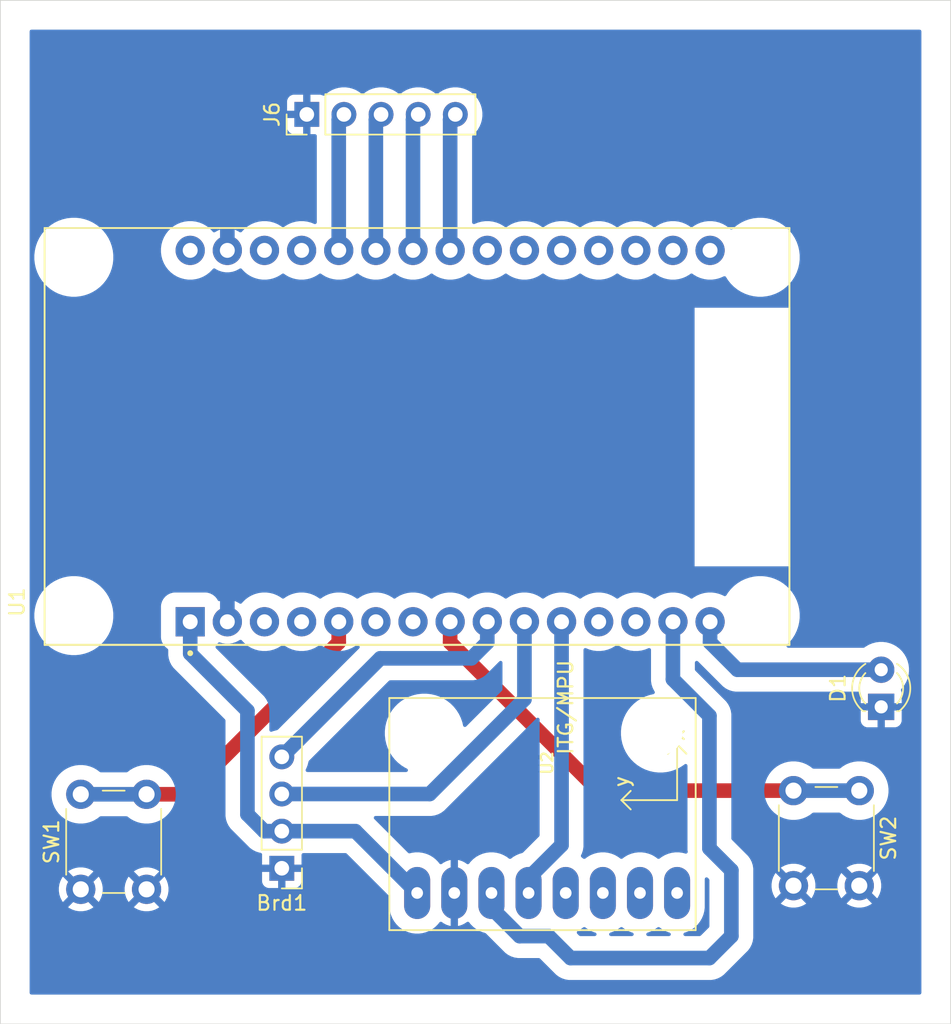
<source format=kicad_pcb>
(kicad_pcb (version 20241229) (generator "pcbnew") (generator_version "9.0")
  (layers (0 "F.Cu" signal) (2 "B.Cu" signal) (13 "F.Paste" user) (15 "B.Paste" user) (5 "F.SilkS" user "F.Silkscreen") (7 "B.SilkS" user "B.Silkscreen") (1 "F.Mask" user) (3 "B.Mask" user) (25 "Edge.Cuts" user))
  (net 0 "")
  (net 1 "Net-(Brd1-SDA)")
  (net 2 "Net-(Brd1-VCC)")
  (net 3 "Net-(Brd1-GND)")
  (net 4 "Net-(Brd1-SCL)")
  (net 5 "Net-(D1-A)")
  (net 6 "Net-(J6-Pin_2)")
  (net 7 "Net-(J6-Pin_5)")
  (net 8 "Net-(J6-Pin_3)")
  (net 9 "Net-(J6-Pin_4)")
  (net 10 "Net-(U1-D4)")
  (net 11 "Net-(U1-D5)")
  (net 12 "Net-(U1-D21)")
  (net 13 "Net-(U1-D22)")
  (footprint "Library:MODULE_ESP32_DEVKIT_V1" (layer "F.Cu") (at 121 112.3 90)
    (property "Reference" "U1" (at -11.355 -27.36 90) (layer "F.SilkS"))
    (property "Value" "ESP32-DEVKIT-V1")
    (fp_line (start 14.23 -25.475) (end 14.23 25.475) (stroke (width 0.127)) (layer "F.SilkS"))
    (fp_line (start 14.23 -25.475) (end 14.23 25.475) (stroke (width 0.127)) (layer "F.SilkS"))
    (fp_line (start 3.5 -25.475) (end 14.23 -25.475) (stroke (width 0.127)) (layer "F.SilkS"))
    (fp_line (start -3.211 -25.475) (end 3.5 -25.475) (stroke (width 0.127)) (layer "F.SilkS"))
    (fp_line (start -14.28 -25.475) (end 14.23 -25.475) (stroke (width 0.127)) (layer "F.SilkS"))
    (fp_line (start -14.28 -25.475) (end -3.211 -25.475) (stroke (width 0.127)) (layer "F.SilkS"))
    (fp_line (start 14.23 25.475) (end -14.28 25.475) (stroke (width 0.127)) (layer "F.SilkS"))
    (fp_line (start 8.78 25.475) (end 14.23 25.475) (stroke (width 0.127)) (layer "F.SilkS"))
    (fp_line (start -8.91 25.475) (end 8.78 25.475) (stroke (width 0.127)) (layer "F.SilkS"))
    (fp_line (start -14.28 25.475) (end -14.28 -25.475) (stroke (width 0.127)) (layer "F.SilkS"))
    (fp_line (start -14.28 25.475) (end -14.28 -25.475) (stroke (width 0.127)) (layer "F.SilkS"))
    (fp_line (start -14.28 25.475) (end -8.91 25.475) (stroke (width 0.127)) (layer "F.SilkS"))
    (fp_circle (center -14.85 -15.515) (end -14.75 -15.515) (stroke (width 0.2)) (fill no) (layer "F.SilkS"))
    (pad "" np_thru_hole circle (at -12.28 -23.475 90) (size 3 3) (drill 3) (layers "*.Cu" "*.Mask"))
    (pad "" np_thru_hole circle (at -12.28 23.475 90) (size 3 3) (drill 3) (layers "*.Cu" "*.Mask"))
    (pad "" np_thru_hole circle (at 12.23 -23.475 90) (size 3 3) (drill 3) (layers "*.Cu" "*.Mask"))
    (pad "" np_thru_hole circle (at 12.23 23.475 90) (size 3 3) (drill 3) (layers "*.Cu" "*.Mask"))
    (pad "1" thru_hole rect (at -12.7 -15.515 90) (size 2 2) (drill 1.02) (layers "*.Cu" "*.Mask") (net 2 "Net-(Brd1-VCC)"))
    (pad "2" thru_hole circle (at -12.7 -12.975 90) (size 2 2) (drill 1.02) (layers "*.Cu" "*.Mask") (net 3 "Net-(Brd1-GND)"))
    (pad "3" thru_hole circle (at -12.7 -10.435 90) (size 2 2) (drill 1.02) (layers "*.Cu" "*.Mask"))
    (pad "4" thru_hole circle (at -12.7 -7.895 90) (size 2 2) (drill 1.02) (layers "*.Cu" "*.Mask"))
    (pad "5" thru_hole circle (at -12.7 -5.355 90) (size 2 2) (drill 1.02) (layers "*.Cu" "*.Mask") (net 10 "Net-(U1-D4)"))
    (pad "6" thru_hole circle (at -12.7 -2.815 90) (size 2 2) (drill 1.02) (layers "*.Cu" "*.Mask"))
    (pad "7" thru_hole circle (at -12.7 -0.275 90) (size 2 2) (drill 1.02) (layers "*.Cu" "*.Mask"))
    (pad "8" thru_hole circle (at -12.7 2.265 90) (size 2 2) (drill 1.02) (layers "*.Cu" "*.Mask") (net 11 "Net-(U1-D5)"))
    (pad "9" thru_hole circle (at -12.7 4.805 90) (size 2 2) (drill 1.02) (layers "*.Cu" "*.Mask") (net 1 "Net-(Brd1-SDA)"))
    (pad "10" thru_hole circle (at -12.7 7.345 90) (size 2 2) (drill 1.02) (layers "*.Cu" "*.Mask") (net 4 "Net-(Brd1-SCL)"))
    (pad "11" thru_hole circle (at -12.7 9.885 90) (size 2 2) (drill 1.02) (layers "*.Cu" "*.Mask") (net 12 "Net-(U1-D21)"))
    (pad "12" thru_hole circle (at -12.7 12.425 90) (size 2 2) (drill 1.02) (layers "*.Cu" "*.Mask"))
    (pad "13" thru_hole circle (at -12.7 14.965 90) (size 2 2) (drill 1.02) (layers "*.Cu" "*.Mask"))
    (pad "14" thru_hole circle (at -12.7 17.505 90) (size 2 2) (drill 1.02) (layers "*.Cu" "*.Mask") (net 13 "Net-(U1-D22)"))
    (pad "15" thru_hole circle (at -12.7 20.045 90) (size 2 2) (drill 1.02) (layers "*.Cu" "*.Mask") (net 5 "Net-(D1-A)"))
    (pad "16" thru_hole circle (at 12.7 20.045 90) (size 2 2) (drill 1.02) (layers "*.Cu" "*.Mask"))
    (pad "17" thru_hole circle (at 12.7 17.505 90) (size 2 2) (drill 1.02) (layers "*.Cu" "*.Mask"))
    (pad "18" thru_hole circle (at 12.7 14.965 90) (size 2 2) (drill 1.02) (layers "*.Cu" "*.Mask"))
    (pad "19" thru_hole circle (at 12.7 12.425 90) (size 2 2) (drill 1.02) (layers "*.Cu" "*.Mask"))
    (pad "20" thru_hole circle (at 12.7 9.885 90) (size 2 2) (drill 1.02) (layers "*.Cu" "*.Mask"))
    (pad "21" thru_hole circle (at 12.7 7.345 90) (size 2 2) (drill 1.02) (layers "*.Cu" "*.Mask"))
    (pad "22" thru_hole circle (at 12.7 4.805 90) (size 2 2) (drill 1.02) (layers "*.Cu" "*.Mask"))
    (pad "23" thru_hole circle (at 12.7 2.265 90) (size 2 2) (drill 1.02) (layers "*.Cu" "*.Mask") (net 7 "Net-(J6-Pin_5)"))
    (pad "24" thru_hole circle (at 12.7 -0.275 90) (size 2 2) (drill 1.02) (layers "*.Cu" "*.Mask") (net 9 "Net-(J6-Pin_4)"))
    (pad "25" thru_hole circle (at 12.7 -2.815 90) (size 2 2) (drill 1.02) (layers "*.Cu" "*.Mask") (net 8 "Net-(J6-Pin_3)"))
    (pad "26" thru_hole circle (at 12.7 -5.355 90) (size 2 2) (drill 1.02) (layers "*.Cu" "*.Mask") (net 6 "Net-(J6-Pin_2)"))
    (pad "27" thru_hole circle (at 12.7 -7.895 90) (size 2 2) (drill 1.02) (layers "*.Cu" "*.Mask"))
    (pad "28" thru_hole circle (at 12.7 -10.435 90) (size 2 2) (drill 1.02) (layers "*.Cu" "*.Mask"))
    (pad "29" thru_hole circle (at 12.7 -12.975 90) (size 2 2) (drill 1.02) (layers "*.Cu" "*.Mask") (net 3 "Net-(Brd1-GND)"))
    (pad "30" thru_hole circle (at 12.7 -15.515 90) (size 2 2) (drill 1.02) (layers "*.Cu" "*.Mask"))
    (zone (net 0) (net_name "") (layer "B.Cu") (connect_pads (clearance 0)) (min_thickness 0.01)
      (keepout (tracks not_allowed) (vias not_allowed) (pads not_allowed) (copperpour not_allowed) (footprints allowed))
      (fill (thermal_gap 0.508) (thermal_bridge_width 0.508))
      (polygon (pts (xy 139.985 121.21) (xy 139.985 103.52) (xy 146.475 103.52) (xy 146.475 121.21)))
    )
  )
  (footprint "Connector_PinHeader_2.54mm:PinHeader_1x05_P2.54mm_Vertical" (layer "F.Cu") (at 113.46 90.3 90)
    (property "Reference" "J6" (at 0 -2.38 90) (layer "F.SilkS"))
    (property "Value" "Conn_01x05_Pin")
    (fp_line (start -1.38 -1.38) (end 0 -1.38) (stroke (width 0.12)) (layer "F.SilkS"))
    (fp_line (start -1.38 0) (end -1.38 -1.38) (stroke (width 0.12)) (layer "F.SilkS"))
    (fp_line (start 1.38 1.27) (end 1.38 11.54) (stroke (width 0.12)) (layer "F.SilkS"))
    (fp_line (start -1.38 1.27) (end 1.38 1.27) (stroke (width 0.12)) (layer "F.SilkS"))
    (fp_line (start -1.38 1.27) (end -1.38 11.54) (stroke (width 0.12)) (layer "F.SilkS"))
    (fp_line (start -1.38 11.54) (end 1.38 11.54) (stroke (width 0.12)) (layer "F.SilkS"))
    (pad "1" thru_hole rect (at 0 0 90) (size 1.7 1.7) (drill 1) (layers "*.Cu" "*.Mask") (net 3 "Net-(Brd1-GND)"))
    (pad "2" thru_hole circle (at 0 2.54 90) (size 1.7 1.7) (drill 1) (layers "*.Cu" "*.Mask") (net 6 "Net-(J6-Pin_2)"))
    (pad "3" thru_hole circle (at 0 5.08 90) (size 1.7 1.7) (drill 1) (layers "*.Cu" "*.Mask") (net 8 "Net-(J6-Pin_3)"))
    (pad "4" thru_hole circle (at 0 7.62 90) (size 1.7 1.7) (drill 1) (layers "*.Cu" "*.Mask") (net 9 "Net-(J6-Pin_4)"))
    (pad "5" thru_hole circle (at 0 10.16 90) (size 1.7 1.7) (drill 1) (layers "*.Cu" "*.Mask") (net 7 "Net-(J6-Pin_5)"))
  )
  (footprint "Library:GY-521" (layer "F.Cu") (at 129.9 134.66 90)
    (property "Reference" "U2" (at 0 0 90) (layer "F.SilkS") (effects (font (size 0.787402 0.787402))))
    (property "Value" "GY-521")
    (fp_line (start 4.445 -10.795) (end 4.445 10.16) (stroke (width 0.127)) (layer "F.SilkS"))
    (fp_line (start -11.43 -10.795) (end 4.445 -10.795) (stroke (width 0.127)) (layer "F.SilkS"))
    (fp_line (start -2.54 5.08) (end -1.905 5.715) (stroke (width 0.127)) (layer "F.SilkS"))
    (fp_line (start -2.54 5.08) (end -3.175 5.715) (stroke (width 0.127)) (layer "F.SilkS"))
    (fp_line (start 1.27 8.89) (end 0.635 8.255) (stroke (width 0.127)) (layer "F.SilkS"))
    (fp_line (start 1.27 8.89) (end 0.635 9.525) (stroke (width 0.127)) (layer "F.SilkS"))
    (fp_line (start -2.54 8.89) (end -2.54 5.08) (stroke (width 0.127)) (layer "F.SilkS"))
    (fp_line (start -2.54 8.89) (end 1.27 8.89) (stroke (width 0.127)) (layer "F.SilkS"))
    (fp_line (start 4.445 10.16) (end -11.43 10.16) (stroke (width 0.127)) (layer "F.SilkS"))
    (fp_line (start -11.43 10.16) (end -11.43 -10.795) (stroke (width 0.127)) (layer "F.SilkS"))
    (fp_text user "y" (at -1.27 5.08 90) (layer "F.SilkS"))
    (fp_text user "x" (at 1.905 8.89 90) (layer "F.SilkS"))
    (fp_text user "ITG/MPU" (at 3.81 1.27 90) (layer "F.SilkS"))
    (pad "" np_thru_hole circle (at 2.04 -8.4 90) (size 3 3) (drill 3) (layers "*.Cu" "*.Mask"))
    (pad "" np_thru_hole circle (at 2.05 7.75 90) (size 3 3) (drill 3) (layers "*.Cu" "*.Mask"))
    (pad "ADO" thru_hole oval (at -8.89 6.35 90) (size 3.556 1.778) (drill 0.8) (layers "*.Cu" "*.Mask"))
    (pad "GND" thru_hole oval (at -8.89 -6.35 90) (size 3.556 1.778) (drill 0.8) (layers "*.Cu" "*.Mask") (net 3 "Net-(Brd1-GND)"))
    (pad "INT" thru_hole oval (at -8.89 8.89 90) (size 3.556 1.778) (drill 0.8) (layers "*.Cu" "*.Mask"))
    (pad "SCL" thru_hole oval (at -8.89 -3.81 90) (size 3.556 1.778) (drill 0.8) (layers "*.Cu" "*.Mask") (net 13 "Net-(U1-D22)"))
    (pad "SDA" thru_hole oval (at -8.89 -1.27 90) (size 3.556 1.778) (drill 0.8) (layers "*.Cu" "*.Mask") (net 12 "Net-(U1-D21)"))
    (pad "VCC" thru_hole oval (at -8.89 -8.89 90) (size 3.556 1.778) (drill 0.8) (layers "*.Cu" "*.Mask") (net 2 "Net-(Brd1-VCC)"))
    (pad "XCL" thru_hole oval (at -8.89 3.81 90) (size 3.556 1.778) (drill 0.8) (layers "*.Cu" "*.Mask"))
    (pad "XDA" thru_hole oval (at -8.89 1.27 90) (size 3.556 1.778) (drill 0.8) (layers "*.Cu" "*.Mask"))
  )
  (footprint "Connector_PinHeader_2.54mm:PinHeader_1x04_P2.54mm_Vertical" (layer "F.Cu") (at 111.75 141.86 180)
    (property "Reference" "Brd1" (at 0 -2.38 180) (layer "F.SilkS"))
    (property "Value" "SSD1306")
    (fp_line (start 1.38 1.27) (end 1.38 9) (stroke (width 0.12)) (layer "F.SilkS"))
    (fp_line (start -1.38 9) (end 1.38 9) (stroke (width 0.12)) (layer "F.SilkS"))
    (fp_line (start -1.38 1.27) (end 1.38 1.27) (stroke (width 0.12)) (layer "F.SilkS"))
    (fp_line (start -1.38 1.27) (end -1.38 9) (stroke (width 0.12)) (layer "F.SilkS"))
    (fp_line (start -1.38 0) (end -1.38 -1.38) (stroke (width 0.12)) (layer "F.SilkS"))
    (fp_line (start -1.38 -1.38) (end 0 -1.38) (stroke (width 0.12)) (layer "F.SilkS"))
    (pad "1" thru_hole rect (at 0 0 180) (size 1.7 1.7) (drill 1) (layers "*.Cu" "*.Mask") (net 3 "Net-(Brd1-GND)"))
    (pad "2" thru_hole circle (at 0 2.54 180) (size 1.7 1.7) (drill 1) (layers "*.Cu" "*.Mask") (net 2 "Net-(Brd1-VCC)"))
    (pad "3" thru_hole circle (at 0 5.08 180) (size 1.7 1.7) (drill 1) (layers "*.Cu" "*.Mask") (net 4 "Net-(Brd1-SCL)"))
    (pad "4" thru_hole circle (at 0 7.62 180) (size 1.7 1.7) (drill 1) (layers "*.Cu" "*.Mask") (net 1 "Net-(Brd1-SDA)"))
  )
  (footprint "LED_THT:LED_D3.0mm" (layer "F.Cu") (at 152.75 130.82 90)
    (property "Reference" "D1" (at 1.27 -2.96 90) (layer "F.SilkS"))
    (property "Value" "LED")
    (fp_line (start -0.29 -1.236) (end -0.29 -1.08) (stroke (width 0.12)) (layer "F.SilkS"))
    (fp_line (start -0.29 1.08) (end -0.29 1.236) (stroke (width 0.12)) (layer "F.SilkS"))
    (fp_arc (start -0.29 -1.235516) (mid 1.36566 -1.987699) (end 2.941437 -1.08) (stroke (width 0.12)) (layer "F.SilkS"))
    (fp_arc (start 0.229039 -1.08) (mid 1.27 -1.5) (end 2.310961 -1.08) (stroke (width 0.12)) (layer "F.SilkS"))
    (fp_arc (start 2.941437 1.08) (mid 1.36566 1.987699) (end -0.29 1.235516) (stroke (width 0.12)) (layer "F.SilkS"))
    (fp_arc (start 2.310961 1.08) (mid 1.27 1.5) (end 0.229039 1.08) (stroke (width 0.12)) (layer "F.SilkS"))
    (pad "1" thru_hole rect (at 0 0 90) (size 1.8 1.8) (drill 0.9) (layers "*.Cu" "*.Mask") (net 3 "Net-(Brd1-GND)"))
    (pad "2" thru_hole circle (at 2.54 0 90) (size 1.8 1.8) (drill 0.9) (layers "*.Cu" "*.Mask") (net 5 "Net-(D1-A)"))
  )
  (footprint "Button_Switch_THT:SW_PUSH_6mm" (layer "F.Cu") (at 151.25 136.55 -90)
    (property "Reference" "SW2" (at 3.25 -2 90) (layer "F.SilkS"))
    (property "Value" "SW_Push")
    (fp_line (start 1 5.5) (end 5.5 5.5) (stroke (width 0.12)) (layer "F.SilkS"))
    (fp_line (start 6.75 3) (end 6.75 1.5) (stroke (width 0.12)) (layer "F.SilkS"))
    (fp_line (start -0.25 1.5) (end -0.25 3) (stroke (width 0.12)) (layer "F.SilkS"))
    (fp_line (start 5.5 -1) (end 1 -1) (stroke (width 0.12)) (layer "F.SilkS"))
    (pad "1" thru_hole circle (at 0 0) (size 2 2) (drill 1.1) (layers "*.Cu" "*.Mask") (net 11 "Net-(U1-D5)"))
    (pad "1" thru_hole circle (at 0 4.5) (size 2 2) (drill 1.1) (layers "*.Cu" "*.Mask") (net 11 "Net-(U1-D5)"))
    (pad "1" thru_hole circle (at 6.5 0) (size 2 2) (drill 1.1) (layers "*.Cu" "*.Mask") (net 3 "Net-(Brd1-GND)"))
    (pad "2" thru_hole circle (at 6.5 4.5) (size 2 2) (drill 1.1) (layers "*.Cu" "*.Mask") (net 3 "Net-(Brd1-GND)"))
  )
  (footprint "Button_Switch_THT:SW_PUSH_6mm" (layer "F.Cu") (at 98 143.3 90)
    (property "Reference" "SW1" (at 3.25 -2 90) (layer "F.SilkS"))
    (property "Value" "SW_Push")
    (fp_line (start 5.5 -1) (end 1 -1) (stroke (width 0.12)) (layer "F.SilkS"))
    (fp_line (start -0.25 1.5) (end -0.25 3) (stroke (width 0.12)) (layer "F.SilkS"))
    (fp_line (start 6.75 3) (end 6.75 1.5) (stroke (width 0.12)) (layer "F.SilkS"))
    (fp_line (start 1 5.5) (end 5.5 5.5) (stroke (width 0.12)) (layer "F.SilkS"))
    (pad "1" thru_hole circle (at 6.5 0 180) (size 2 2) (drill 1.1) (layers "*.Cu" "*.Mask") (net 10 "Net-(U1-D4)"))
    (pad "1" thru_hole circle (at 6.5 4.5 180) (size 2 2) (drill 1.1) (layers "*.Cu" "*.Mask") (net 10 "Net-(U1-D4)"))
    (pad "2" thru_hole circle (at 0 0 180) (size 2 2) (drill 1.1) (layers "*.Cu" "*.Mask") (net 3 "Net-(Brd1-GND)"))
    (pad "2" thru_hole circle (at 0 4.5 180) (size 2 2) (drill 1.1) (layers "*.Cu" "*.Mask") (net 3 "Net-(Brd1-GND)"))
  )
  (gr_rect (start 92.5 82.5) (end 157.5 152.5) (stroke (width 0.05)) (fill no) (layer "Edge.Cuts"))
  (segment (start 118.489 127.501) (end 124.718213 127.501) (width 1) (layer "B.Cu") (net 1))
  (segment (start 125.805 126.414213) (end 125.805 125) (width 1) (layer "B.Cu") (net 1))
  (segment (start 111.75 134.24) (end 118.489 127.501) (width 1) (layer "B.Cu") (net 1))
  (segment (start 124.718213 127.501) (end 125.805 126.414213) (width 1) (layer "B.Cu") (net 1))
  (segment (start 109.399 138.171081) (end 110.547919 139.32) (width 1) (layer "B.Cu") (net 2))
  (segment (start 105.485 125) (end 105.485 127.172158) (width 1) (layer "B.Cu") (net 2))
  (segment (start 105.485 127.172158) (end 109.399 131.086158) (width 1) (layer "B.Cu") (net 2))
  (segment (start 121.01 143.55) (end 116.78 139.32) (width 1) (layer "B.Cu") (net 2))
  (segment (start 116.78 139.32) (end 111.75 139.32) (width 1) (layer "B.Cu") (net 2))
  (segment (start 110.547919 139.32) (end 111.75 139.32) (width 1) (layer "B.Cu") (net 2))
  (segment (start 109.399 131.086158) (end 109.399 138.171081) (width 1) (layer "B.Cu") (net 2))
  (segment (start 108.025 99.6) (end 108.025 98.025) (width 1) (layer "B.Cu") (net 3))
  (segment (start 108.025 98.025) (end 108 98) (width 1) (layer "B.Cu") (net 3))
  (segment (start 108.025 125) (end 108.025 123.525) (width 1) (layer "B.Cu") (net 3))
  (segment (start 152.75 130.82) (end 152.48 130.82) (width 1) (layer "B.Cu") (net 3))
  (segment (start 111.75 136.78) (end 121.866898 136.78) (width 1) (layer "B.Cu") (net 4))
  (segment (start 121.866898 136.78) (end 128.345 130.301898) (width 1) (layer "B.Cu") (net 4))
  (segment (start 128.345 130.301898) (end 128.345 125) (width 1) (layer "B.Cu") (net 4))
  (segment (start 142.910787 128.28) (end 141.045 126.414213) (width 1) (layer "B.Cu") (net 5))
  (segment (start 152.75 128.28) (end 142.910787 128.28) (width 1) (layer "B.Cu") (net 5))
  (segment (start 141.045 126.414213) (end 141.045 125) (width 1) (layer "B.Cu") (net 5))
  (segment (start 115.645 99.6) (end 115.645 90.655) (width 1) (layer "B.Cu") (net 6))
  (segment (start 115.645 90.655) (end 116 90.3) (width 1) (layer "B.Cu") (net 6))
  (segment (start 123.265 90.655) (end 123.62 90.3) (width 1) (layer "B.Cu") (net 7))
  (segment (start 123.265 99.6) (end 123.265 90.655) (width 1) (layer "B.Cu") (net 7))
  (segment (start 118.185 90.655) (end 118.54 90.3) (width 1) (layer "B.Cu") (net 8))
  (segment (start 118.185 99.6) (end 118.185 90.655) (width 1) (layer "B.Cu") (net 8))
  (segment (start 120.725 90.655) (end 121.08 90.3) (width 1) (layer "B.Cu") (net 9))
  (segment (start 120.725 99.6) (end 120.725 90.655) (width 1) (layer "B.Cu") (net 9))
  (segment (start 102.5 136.8) (end 105.259213 136.8) (width 1) (layer "F.Cu") (net 10))
  (segment (start 105.259213 136.8) (end 115.645 126.414213) (width 1) (layer "F.Cu") (net 10))
  (segment (start 115.645 126.414213) (end 115.645 125) (width 1) (layer "F.Cu") (net 10))
  (segment (start 102.5 136.8) (end 98 136.8) (width 1) (layer "B.Cu") (net 10))
  (segment (start 133.400787 136.55) (end 123.265 126.414213) (width 1) (layer "F.Cu") (net 11))
  (segment (start 146.75 136.55) (end 147.02 136.55) (width 1) (layer "F.Cu") (net 11))
  (segment (start 146.75 136.55) (end 133.400787 136.55) (width 1) (layer "F.Cu") (net 11))
  (segment (start 123.265 126.414213) (end 123.265 125) (width 1) (layer "F.Cu") (net 11))
  (segment (start 146.75 136.55) (end 151.25 136.55) (width 1) (layer "B.Cu") (net 11))
  (segment (start 130.885 140.273136) (end 128.63 142.528136) (width 1) (layer "B.Cu") (net 12))
  (segment (start 130.885 125) (end 130.885 140.273136) (width 1) (layer "B.Cu") (net 12))
  (segment (start 128.63 142.528136) (end 128.63 143.55) (width 1) (layer "B.Cu") (net 12))
  (segment (start 131.5 148) (end 130 146.5) (width 1) (layer "B.Cu") (net 13))
  (segment (start 138.505 125) (end 138.505 128.938102) (width 1) (layer "B.Cu") (net 13))
  (segment (start 141 140.5) (end 142.5 142) (width 1) (layer "B.Cu") (net 13))
  (segment (start 128.018136 146.5) (end 126.09 144.571864) (width 1) (layer "B.Cu") (net 13))
  (segment (start 138.505 128.938102) (end 141 131.433102) (width 1) (layer "B.Cu") (net 13))
  (segment (start 126.09 144.571864) (end 126.09 143.55) (width 1) (layer "B.Cu") (net 13))
  (segment (start 130 146.5) (end 128.018136 146.5) (width 1) (layer "B.Cu") (net 13))
  (segment (start 142.5 142) (end 142.5 146.5) (width 1) (layer "B.Cu") (net 13))
  (segment (start 141 148) (end 131.5 148) (width 1) (layer "B.Cu") (net 13))
  (segment (start 142.5 146.5) (end 141 148) (width 1) (layer "B.Cu") (net 13))
  (segment (start 141 131.433102) (end 141 140.5) (width 1) (layer "B.Cu") (net 13))
  (zone (net 3) (net_name "Net-(Brd1-GND)") (layer "B.Cu") (connect_pads (clearance 0.5)) (min_thickness 0.25) (fill yes (thermal_gap 0.5) (thermal_bridge_width 0.5) (island_removal_mode 1) (island_area_min 10))
    (polygon (pts (xy 157.5 82.5) (xy 92.5 82.5) (xy 92.5 152.5) (xy 157.5 152.5)))
  )
)
</source>
